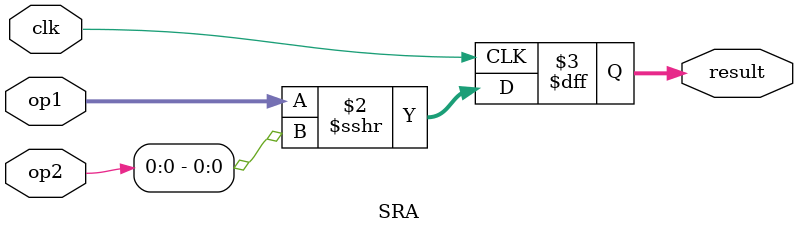
<source format=v>
module SRA(clk,op1,op2,result);
    input clk ;
    input [31:0] op1;
    input [31:0]op2;
    output integer result;

    always @(posedge clk)
    begin
  
        begin
            result = op1 >>> op2[0];
        end
    end
endmodule
</source>
